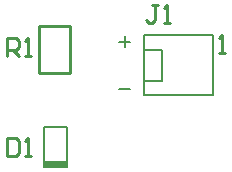
<source format=gto>
G04*
G04 #@! TF.GenerationSoftware,Altium Limited,Altium Designer,18.0.7 (293)*
G04*
G04 Layer_Color=65535*
%FSLAX25Y25*%
%MOIN*%
G70*
G01*
G75*
%ADD10C,0.00787*%
%ADD11C,0.01000*%
%ADD12R,0.07874X0.01968*%
D10*
X47555Y38713D02*
X53555D01*
Y49213D01*
X47555D02*
X53555D01*
X47555Y54213D02*
X70555D01*
X47555Y34213D02*
Y54213D01*
Y34213D02*
X70555D01*
Y54213D01*
X14173Y10236D02*
X22047D01*
Y11565D01*
X14173Y23622D02*
X22047D01*
Y11565D02*
Y23622D01*
X14173Y10236D02*
Y23622D01*
X39370Y51968D02*
X43043D01*
X41207Y53804D02*
Y50131D01*
X39370Y36220D02*
X43043D01*
D11*
X12598Y41339D02*
X22835D01*
X12598D02*
Y57087D01*
X22835D01*
Y41339D02*
Y57087D01*
X72555Y48213D02*
X74555D01*
X73555D01*
Y54211D01*
X72555Y53211D01*
X1969Y47244D02*
Y53242D01*
X4967D01*
X5967Y52242D01*
Y50243D01*
X4967Y49243D01*
X1969D01*
X3968D02*
X5967Y47244D01*
X7967D02*
X9966D01*
X8966D01*
Y53242D01*
X7967Y52242D01*
X52204Y64161D02*
X50204D01*
X51204D01*
Y59162D01*
X50204Y58163D01*
X49205D01*
X48205Y59162D01*
X54203Y58163D02*
X56203D01*
X55203D01*
Y64161D01*
X54203Y63161D01*
X1969Y19778D02*
Y13780D01*
X4967D01*
X5967Y14779D01*
Y18778D01*
X4967Y19778D01*
X1969D01*
X7967Y13780D02*
X9966D01*
X8966D01*
Y19778D01*
X7967Y18778D01*
D12*
X18110Y11220D02*
D03*
M02*

</source>
